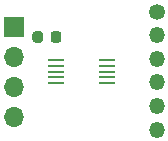
<source format=gbr>
%TF.GenerationSoftware,KiCad,Pcbnew,(5.1.10)-1*%
%TF.CreationDate,2021-07-29T15:12:46-05:00*%
%TF.ProjectId,FDC1004Q-Breakout,46444331-3030-4345-912d-427265616b6f,rev?*%
%TF.SameCoordinates,Original*%
%TF.FileFunction,Soldermask,Top*%
%TF.FilePolarity,Negative*%
%FSLAX46Y46*%
G04 Gerber Fmt 4.6, Leading zero omitted, Abs format (unit mm)*
G04 Created by KiCad (PCBNEW (5.1.10)-1) date 2021-07-29 15:12:46*
%MOMM*%
%LPD*%
G01*
G04 APERTURE LIST*
%ADD10O,1.350000X1.350000*%
%ADD11C,1.350000*%
%ADD12R,1.470000X0.280000*%
%ADD13O,1.700000X1.700000*%
%ADD14R,1.700000X1.700000*%
G04 APERTURE END LIST*
D10*
%TO.C,J2*%
X146685000Y-109060000D03*
X146685000Y-107060000D03*
X146685000Y-105060000D03*
X146685000Y-103060000D03*
X146685000Y-101060000D03*
D11*
X146685000Y-99060000D03*
%TD*%
D12*
%TO.C,U1*%
X138185000Y-105140000D03*
X138185000Y-104640000D03*
X138185000Y-104140000D03*
X138185000Y-103640000D03*
X138185000Y-103140000D03*
X142485000Y-103140000D03*
X142485000Y-103640000D03*
X142485000Y-104140000D03*
X142485000Y-104640000D03*
X142485000Y-105140000D03*
%TD*%
D13*
%TO.C,J1*%
X134620000Y-107950000D03*
X134620000Y-105410000D03*
X134620000Y-102870000D03*
D14*
X134620000Y-100330000D03*
%TD*%
%TO.C,C1*%
G36*
G01*
X137726000Y-101469000D02*
X137726000Y-100969000D01*
G75*
G02*
X137951000Y-100744000I225000J0D01*
G01*
X138401000Y-100744000D01*
G75*
G02*
X138626000Y-100969000I0J-225000D01*
G01*
X138626000Y-101469000D01*
G75*
G02*
X138401000Y-101694000I-225000J0D01*
G01*
X137951000Y-101694000D01*
G75*
G02*
X137726000Y-101469000I0J225000D01*
G01*
G37*
G36*
G01*
X136176000Y-101469000D02*
X136176000Y-100969000D01*
G75*
G02*
X136401000Y-100744000I225000J0D01*
G01*
X136851000Y-100744000D01*
G75*
G02*
X137076000Y-100969000I0J-225000D01*
G01*
X137076000Y-101469000D01*
G75*
G02*
X136851000Y-101694000I-225000J0D01*
G01*
X136401000Y-101694000D01*
G75*
G02*
X136176000Y-101469000I0J225000D01*
G01*
G37*
%TD*%
M02*

</source>
